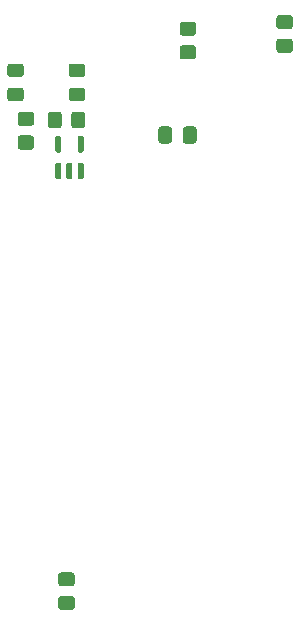
<source format=gbr>
%TF.GenerationSoftware,KiCad,Pcbnew,5.1.10*%
%TF.CreationDate,2021-06-27T22:38:49+02:00*%
%TF.ProjectId,fc_v2,66635f76-322e-46b6-9963-61645f706362,rev?*%
%TF.SameCoordinates,Original*%
%TF.FileFunction,Paste,Top*%
%TF.FilePolarity,Positive*%
%FSLAX46Y46*%
G04 Gerber Fmt 4.6, Leading zero omitted, Abs format (unit mm)*
G04 Created by KiCad (PCBNEW 5.1.10) date 2021-06-27 22:38:49*
%MOMM*%
%LPD*%
G01*
G04 APERTURE LIST*
G04 APERTURE END LIST*
%TO.C,R15*%
G36*
G01*
X135439999Y-149260000D02*
X136340001Y-149260000D01*
G75*
G02*
X136590000Y-149509999I0J-249999D01*
G01*
X136590000Y-150210001D01*
G75*
G02*
X136340001Y-150460000I-249999J0D01*
G01*
X135439999Y-150460000D01*
G75*
G02*
X135190000Y-150210001I0J249999D01*
G01*
X135190000Y-149509999D01*
G75*
G02*
X135439999Y-149260000I249999J0D01*
G01*
G37*
G36*
G01*
X135439999Y-147260000D02*
X136340001Y-147260000D01*
G75*
G02*
X136590000Y-147509999I0J-249999D01*
G01*
X136590000Y-148210001D01*
G75*
G02*
X136340001Y-148460000I-249999J0D01*
G01*
X135439999Y-148460000D01*
G75*
G02*
X135190000Y-148210001I0J249999D01*
G01*
X135190000Y-147509999D01*
G75*
G02*
X135439999Y-147260000I249999J0D01*
G01*
G37*
%TD*%
%TO.C,R14*%
G36*
G01*
X154818501Y-101279500D02*
X153918499Y-101279500D01*
G75*
G02*
X153668500Y-101029501I0J249999D01*
G01*
X153668500Y-100329499D01*
G75*
G02*
X153918499Y-100079500I249999J0D01*
G01*
X154818501Y-100079500D01*
G75*
G02*
X155068500Y-100329499I0J-249999D01*
G01*
X155068500Y-101029501D01*
G75*
G02*
X154818501Y-101279500I-249999J0D01*
G01*
G37*
G36*
G01*
X154818501Y-103279500D02*
X153918499Y-103279500D01*
G75*
G02*
X153668500Y-103029501I0J249999D01*
G01*
X153668500Y-102329499D01*
G75*
G02*
X153918499Y-102079500I249999J0D01*
G01*
X154818501Y-102079500D01*
G75*
G02*
X155068500Y-102329499I0J-249999D01*
G01*
X155068500Y-103029501D01*
G75*
G02*
X154818501Y-103279500I-249999J0D01*
G01*
G37*
%TD*%
%TO.C,R12*%
G36*
G01*
X136290000Y-109416001D02*
X136290000Y-108515999D01*
G75*
G02*
X136539999Y-108266000I249999J0D01*
G01*
X137240001Y-108266000D01*
G75*
G02*
X137490000Y-108515999I0J-249999D01*
G01*
X137490000Y-109416001D01*
G75*
G02*
X137240001Y-109666000I-249999J0D01*
G01*
X136539999Y-109666000D01*
G75*
G02*
X136290000Y-109416001I0J249999D01*
G01*
G37*
G36*
G01*
X134290000Y-109416001D02*
X134290000Y-108515999D01*
G75*
G02*
X134539999Y-108266000I249999J0D01*
G01*
X135240001Y-108266000D01*
G75*
G02*
X135490000Y-108515999I0J-249999D01*
G01*
X135490000Y-109416001D01*
G75*
G02*
X135240001Y-109666000I-249999J0D01*
G01*
X134539999Y-109666000D01*
G75*
G02*
X134290000Y-109416001I0J249999D01*
G01*
G37*
%TD*%
%TO.C,R11*%
G36*
G01*
X132911001Y-109471000D02*
X132010999Y-109471000D01*
G75*
G02*
X131761000Y-109221001I0J249999D01*
G01*
X131761000Y-108520999D01*
G75*
G02*
X132010999Y-108271000I249999J0D01*
G01*
X132911001Y-108271000D01*
G75*
G02*
X133161000Y-108520999I0J-249999D01*
G01*
X133161000Y-109221001D01*
G75*
G02*
X132911001Y-109471000I-249999J0D01*
G01*
G37*
G36*
G01*
X132911001Y-111471000D02*
X132010999Y-111471000D01*
G75*
G02*
X131761000Y-111221001I0J249999D01*
G01*
X131761000Y-110520999D01*
G75*
G02*
X132010999Y-110271000I249999J0D01*
G01*
X132911001Y-110271000D01*
G75*
G02*
X133161000Y-110520999I0J-249999D01*
G01*
X133161000Y-111221001D01*
G75*
G02*
X132911001Y-111471000I-249999J0D01*
G01*
G37*
%TD*%
%TO.C,R7*%
G36*
G01*
X146627001Y-101835000D02*
X145726999Y-101835000D01*
G75*
G02*
X145477000Y-101585001I0J249999D01*
G01*
X145477000Y-100884999D01*
G75*
G02*
X145726999Y-100635000I249999J0D01*
G01*
X146627001Y-100635000D01*
G75*
G02*
X146877000Y-100884999I0J-249999D01*
G01*
X146877000Y-101585001D01*
G75*
G02*
X146627001Y-101835000I-249999J0D01*
G01*
G37*
G36*
G01*
X146627001Y-103835000D02*
X145726999Y-103835000D01*
G75*
G02*
X145477000Y-103585001I0J249999D01*
G01*
X145477000Y-102884999D01*
G75*
G02*
X145726999Y-102635000I249999J0D01*
G01*
X146627001Y-102635000D01*
G75*
G02*
X146877000Y-102884999I0J-249999D01*
G01*
X146877000Y-103585001D01*
G75*
G02*
X146627001Y-103835000I-249999J0D01*
G01*
G37*
%TD*%
%TO.C,C3*%
G36*
G01*
X145738000Y-110711000D02*
X145738000Y-109761000D01*
G75*
G02*
X145988000Y-109511000I250000J0D01*
G01*
X146663000Y-109511000D01*
G75*
G02*
X146913000Y-109761000I0J-250000D01*
G01*
X146913000Y-110711000D01*
G75*
G02*
X146663000Y-110961000I-250000J0D01*
G01*
X145988000Y-110961000D01*
G75*
G02*
X145738000Y-110711000I0J250000D01*
G01*
G37*
G36*
G01*
X143663000Y-110711000D02*
X143663000Y-109761000D01*
G75*
G02*
X143913000Y-109511000I250000J0D01*
G01*
X144588000Y-109511000D01*
G75*
G02*
X144838000Y-109761000I0J-250000D01*
G01*
X144838000Y-110711000D01*
G75*
G02*
X144588000Y-110961000I-250000J0D01*
G01*
X143913000Y-110961000D01*
G75*
G02*
X143663000Y-110711000I0J250000D01*
G01*
G37*
%TD*%
%TO.C,U15*%
G36*
G01*
X135319000Y-113991000D02*
X135069000Y-113991000D01*
G75*
G02*
X134944000Y-113866000I0J125000D01*
G01*
X134944000Y-112691000D01*
G75*
G02*
X135069000Y-112566000I125000J0D01*
G01*
X135319000Y-112566000D01*
G75*
G02*
X135444000Y-112691000I0J-125000D01*
G01*
X135444000Y-113866000D01*
G75*
G02*
X135319000Y-113991000I-125000J0D01*
G01*
G37*
G36*
G01*
X136269000Y-113991000D02*
X136019000Y-113991000D01*
G75*
G02*
X135894000Y-113866000I0J125000D01*
G01*
X135894000Y-112691000D01*
G75*
G02*
X136019000Y-112566000I125000J0D01*
G01*
X136269000Y-112566000D01*
G75*
G02*
X136394000Y-112691000I0J-125000D01*
G01*
X136394000Y-113866000D01*
G75*
G02*
X136269000Y-113991000I-125000J0D01*
G01*
G37*
G36*
G01*
X137219000Y-113991000D02*
X136969000Y-113991000D01*
G75*
G02*
X136844000Y-113866000I0J125000D01*
G01*
X136844000Y-112691000D01*
G75*
G02*
X136969000Y-112566000I125000J0D01*
G01*
X137219000Y-112566000D01*
G75*
G02*
X137344000Y-112691000I0J-125000D01*
G01*
X137344000Y-113866000D01*
G75*
G02*
X137219000Y-113991000I-125000J0D01*
G01*
G37*
G36*
G01*
X137219000Y-111716000D02*
X136969000Y-111716000D01*
G75*
G02*
X136844000Y-111591000I0J125000D01*
G01*
X136844000Y-110416000D01*
G75*
G02*
X136969000Y-110291000I125000J0D01*
G01*
X137219000Y-110291000D01*
G75*
G02*
X137344000Y-110416000I0J-125000D01*
G01*
X137344000Y-111591000D01*
G75*
G02*
X137219000Y-111716000I-125000J0D01*
G01*
G37*
G36*
G01*
X135319000Y-111716000D02*
X135069000Y-111716000D01*
G75*
G02*
X134944000Y-111591000I0J125000D01*
G01*
X134944000Y-110416000D01*
G75*
G02*
X135069000Y-110291000I125000J0D01*
G01*
X135319000Y-110291000D01*
G75*
G02*
X135444000Y-110416000I0J-125000D01*
G01*
X135444000Y-111591000D01*
G75*
G02*
X135319000Y-111716000I-125000J0D01*
G01*
G37*
%TD*%
%TO.C,D7*%
G36*
G01*
X132022001Y-105332000D02*
X131121999Y-105332000D01*
G75*
G02*
X130872000Y-105082001I0J249999D01*
G01*
X130872000Y-104431999D01*
G75*
G02*
X131121999Y-104182000I249999J0D01*
G01*
X132022001Y-104182000D01*
G75*
G02*
X132272000Y-104431999I0J-249999D01*
G01*
X132272000Y-105082001D01*
G75*
G02*
X132022001Y-105332000I-249999J0D01*
G01*
G37*
G36*
G01*
X132022001Y-107382000D02*
X131121999Y-107382000D01*
G75*
G02*
X130872000Y-107132001I0J249999D01*
G01*
X130872000Y-106481999D01*
G75*
G02*
X131121999Y-106232000I249999J0D01*
G01*
X132022001Y-106232000D01*
G75*
G02*
X132272000Y-106481999I0J-249999D01*
G01*
X132272000Y-107132001D01*
G75*
G02*
X132022001Y-107382000I-249999J0D01*
G01*
G37*
%TD*%
%TO.C,D5*%
G36*
G01*
X136328999Y-106232000D02*
X137229001Y-106232000D01*
G75*
G02*
X137479000Y-106481999I0J-249999D01*
G01*
X137479000Y-107132001D01*
G75*
G02*
X137229001Y-107382000I-249999J0D01*
G01*
X136328999Y-107382000D01*
G75*
G02*
X136079000Y-107132001I0J249999D01*
G01*
X136079000Y-106481999D01*
G75*
G02*
X136328999Y-106232000I249999J0D01*
G01*
G37*
G36*
G01*
X136328999Y-104182000D02*
X137229001Y-104182000D01*
G75*
G02*
X137479000Y-104431999I0J-249999D01*
G01*
X137479000Y-105082001D01*
G75*
G02*
X137229001Y-105332000I-249999J0D01*
G01*
X136328999Y-105332000D01*
G75*
G02*
X136079000Y-105082001I0J249999D01*
G01*
X136079000Y-104431999D01*
G75*
G02*
X136328999Y-104182000I249999J0D01*
G01*
G37*
%TD*%
M02*

</source>
